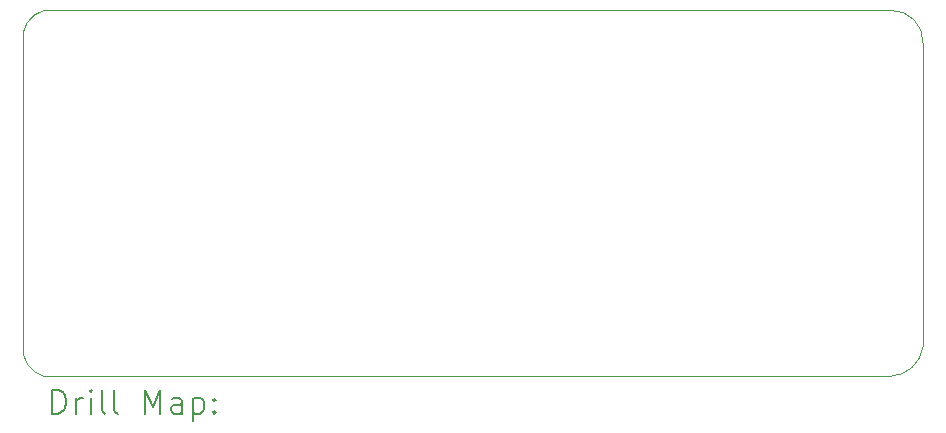
<source format=gbr>
%FSLAX45Y45*%
G04 Gerber Fmt 4.5, Leading zero omitted, Abs format (unit mm)*
G04 Created by KiCad (PCBNEW (6.0.6)) date 2023-06-09 12:55:29*
%MOMM*%
%LPD*%
G01*
G04 APERTURE LIST*
%TA.AperFunction,Profile*%
%ADD10C,0.100000*%
%TD*%
%ADD11C,0.200000*%
G04 APERTURE END LIST*
D10*
X12192000Y-4775201D02*
G75*
G03*
X12014200Y-5054600I60950J-235059D01*
G01*
X19354800Y-4775200D02*
X12192000Y-4775200D01*
X12014200Y-7620000D02*
G75*
G03*
X12192000Y-7874000I239552J-21544D01*
G01*
X12014200Y-5054600D02*
X12014200Y-7620000D01*
X19354800Y-7874000D02*
G75*
G03*
X19634200Y-7620000I-9672J291309D01*
G01*
X19634200Y-7620000D02*
X19634200Y-5054600D01*
X12192000Y-7874000D02*
X19354800Y-7874000D01*
X19634200Y-5054600D02*
G75*
G03*
X19354800Y-4775200I-267500J11900D01*
G01*
D11*
X12262737Y-8189476D02*
X12262737Y-7989476D01*
X12310356Y-7989476D01*
X12338927Y-7999000D01*
X12357975Y-8018048D01*
X12367498Y-8037095D01*
X12377022Y-8075190D01*
X12377022Y-8103762D01*
X12367498Y-8141857D01*
X12357975Y-8160905D01*
X12338927Y-8179952D01*
X12310356Y-8189476D01*
X12262737Y-8189476D01*
X12462737Y-8189476D02*
X12462737Y-8056143D01*
X12462737Y-8094238D02*
X12472260Y-8075190D01*
X12481784Y-8065667D01*
X12500832Y-8056143D01*
X12519879Y-8056143D01*
X12586546Y-8189476D02*
X12586546Y-8056143D01*
X12586546Y-7989476D02*
X12577022Y-7999000D01*
X12586546Y-8008524D01*
X12596070Y-7999000D01*
X12586546Y-7989476D01*
X12586546Y-8008524D01*
X12710356Y-8189476D02*
X12691308Y-8179952D01*
X12681784Y-8160905D01*
X12681784Y-7989476D01*
X12815118Y-8189476D02*
X12796070Y-8179952D01*
X12786546Y-8160905D01*
X12786546Y-7989476D01*
X13043689Y-8189476D02*
X13043689Y-7989476D01*
X13110356Y-8132333D01*
X13177022Y-7989476D01*
X13177022Y-8189476D01*
X13357975Y-8189476D02*
X13357975Y-8084714D01*
X13348451Y-8065667D01*
X13329403Y-8056143D01*
X13291308Y-8056143D01*
X13272260Y-8065667D01*
X13357975Y-8179952D02*
X13338927Y-8189476D01*
X13291308Y-8189476D01*
X13272260Y-8179952D01*
X13262737Y-8160905D01*
X13262737Y-8141857D01*
X13272260Y-8122809D01*
X13291308Y-8113286D01*
X13338927Y-8113286D01*
X13357975Y-8103762D01*
X13453213Y-8056143D02*
X13453213Y-8256143D01*
X13453213Y-8065667D02*
X13472260Y-8056143D01*
X13510356Y-8056143D01*
X13529403Y-8065667D01*
X13538927Y-8075190D01*
X13548451Y-8094238D01*
X13548451Y-8151381D01*
X13538927Y-8170428D01*
X13529403Y-8179952D01*
X13510356Y-8189476D01*
X13472260Y-8189476D01*
X13453213Y-8179952D01*
X13634165Y-8170428D02*
X13643689Y-8179952D01*
X13634165Y-8189476D01*
X13624641Y-8179952D01*
X13634165Y-8170428D01*
X13634165Y-8189476D01*
X13634165Y-8065667D02*
X13643689Y-8075190D01*
X13634165Y-8084714D01*
X13624641Y-8075190D01*
X13634165Y-8065667D01*
X13634165Y-8084714D01*
M02*

</source>
